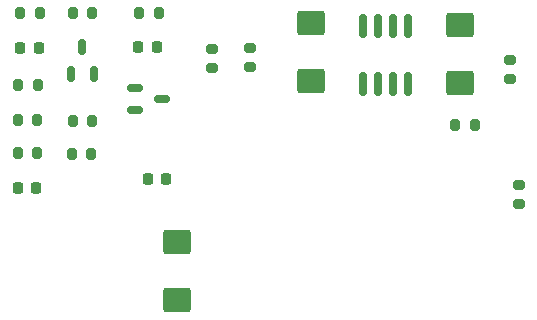
<source format=gbr>
%TF.GenerationSoftware,KiCad,Pcbnew,7.0.8*%
%TF.CreationDate,2025-06-05T10:18:12-04:00*%
%TF.ProjectId,happless,68617070-6c65-4737-932e-6b696361645f,rev?*%
%TF.SameCoordinates,Original*%
%TF.FileFunction,Paste,Top*%
%TF.FilePolarity,Positive*%
%FSLAX46Y46*%
G04 Gerber Fmt 4.6, Leading zero omitted, Abs format (unit mm)*
G04 Created by KiCad (PCBNEW 7.0.8) date 2025-06-05 10:18:12*
%MOMM*%
%LPD*%
G01*
G04 APERTURE LIST*
G04 Aperture macros list*
%AMRoundRect*
0 Rectangle with rounded corners*
0 $1 Rounding radius*
0 $2 $3 $4 $5 $6 $7 $8 $9 X,Y pos of 4 corners*
0 Add a 4 corners polygon primitive as box body*
4,1,4,$2,$3,$4,$5,$6,$7,$8,$9,$2,$3,0*
0 Add four circle primitives for the rounded corners*
1,1,$1+$1,$2,$3*
1,1,$1+$1,$4,$5*
1,1,$1+$1,$6,$7*
1,1,$1+$1,$8,$9*
0 Add four rect primitives between the rounded corners*
20,1,$1+$1,$2,$3,$4,$5,0*
20,1,$1+$1,$4,$5,$6,$7,0*
20,1,$1+$1,$6,$7,$8,$9,0*
20,1,$1+$1,$8,$9,$2,$3,0*%
G04 Aperture macros list end*
%ADD10RoundRect,0.200000X-0.200000X-0.275000X0.200000X-0.275000X0.200000X0.275000X-0.200000X0.275000X0*%
%ADD11RoundRect,0.150000X0.150000X-0.825000X0.150000X0.825000X-0.150000X0.825000X-0.150000X-0.825000X0*%
%ADD12RoundRect,0.200000X0.275000X-0.200000X0.275000X0.200000X-0.275000X0.200000X-0.275000X-0.200000X0*%
%ADD13RoundRect,0.250000X-0.925000X0.787500X-0.925000X-0.787500X0.925000X-0.787500X0.925000X0.787500X0*%
%ADD14RoundRect,0.200000X0.200000X0.275000X-0.200000X0.275000X-0.200000X-0.275000X0.200000X-0.275000X0*%
%ADD15RoundRect,0.250000X0.925000X-0.787500X0.925000X0.787500X-0.925000X0.787500X-0.925000X-0.787500X0*%
%ADD16RoundRect,0.200000X-0.275000X0.200000X-0.275000X-0.200000X0.275000X-0.200000X0.275000X0.200000X0*%
%ADD17RoundRect,0.225000X-0.225000X-0.250000X0.225000X-0.250000X0.225000X0.250000X-0.225000X0.250000X0*%
%ADD18RoundRect,0.150000X-0.512500X-0.150000X0.512500X-0.150000X0.512500X0.150000X-0.512500X0.150000X0*%
%ADD19RoundRect,0.150000X0.150000X-0.512500X0.150000X0.512500X-0.150000X0.512500X-0.150000X-0.512500X0*%
G04 APERTURE END LIST*
D10*
%TO.C,R2*%
X92037400Y-71932800D03*
X93687400Y-71932800D03*
%TD*%
D11*
%TO.C,U1*%
X121093800Y-77975000D03*
X122363800Y-77975000D03*
X123633800Y-77975000D03*
X124903800Y-77975000D03*
X124903800Y-73025000D03*
X123633800Y-73025000D03*
X122363800Y-73025000D03*
X121093800Y-73025000D03*
%TD*%
D10*
%TO.C,R3*%
X96507800Y-71932800D03*
X98157800Y-71932800D03*
%TD*%
D12*
%TO.C,R13*%
X111506000Y-76504800D03*
X111506000Y-74854800D03*
%TD*%
D10*
%TO.C,R1*%
X91834200Y-83820000D03*
X93484200Y-83820000D03*
%TD*%
%TO.C,R9*%
X102108000Y-71932800D03*
X103758000Y-71932800D03*
%TD*%
D13*
%TO.C,C4*%
X116636800Y-72799000D03*
X116636800Y-77724000D03*
%TD*%
D12*
%TO.C,R12*%
X108284800Y-76606400D03*
X108284800Y-74956400D03*
%TD*%
D14*
%TO.C,R8*%
X98056200Y-83870800D03*
X96406200Y-83870800D03*
%TD*%
D15*
%TO.C,C5*%
X129286000Y-77849700D03*
X129286000Y-72924700D03*
%TD*%
D10*
%TO.C,R5*%
X91834200Y-80975200D03*
X93484200Y-80975200D03*
%TD*%
D12*
%TO.C,R14*%
X134264400Y-88138000D03*
X134264400Y-86488000D03*
%TD*%
D16*
%TO.C,R10*%
X133502400Y-75883000D03*
X133502400Y-77533000D03*
%TD*%
D17*
%TO.C,C1*%
X92049600Y-74930000D03*
X93599600Y-74930000D03*
%TD*%
D15*
%TO.C,C6*%
X105308400Y-96239300D03*
X105308400Y-91314300D03*
%TD*%
D10*
%TO.C,R11*%
X128867400Y-81432400D03*
X130517400Y-81432400D03*
%TD*%
D17*
%TO.C,C7*%
X102844000Y-85953600D03*
X104394000Y-85953600D03*
%TD*%
%TO.C,C2*%
X91871200Y-86766400D03*
X93421200Y-86766400D03*
%TD*%
D18*
%TO.C,Q3*%
X101752400Y-78262400D03*
X101752400Y-80162400D03*
X104027400Y-79212400D03*
%TD*%
D14*
%TO.C,R6*%
X98157800Y-81076800D03*
X96507800Y-81076800D03*
%TD*%
D19*
%TO.C,Q2*%
X96367600Y-77114400D03*
X98267600Y-77114400D03*
X97317600Y-74839400D03*
%TD*%
D17*
%TO.C,C3*%
X102057200Y-74828400D03*
X103607200Y-74828400D03*
%TD*%
D14*
%TO.C,R4*%
X93535000Y-78028800D03*
X91885000Y-78028800D03*
%TD*%
M02*

</source>
